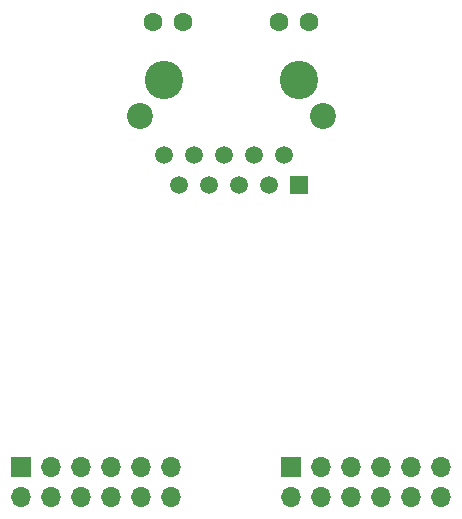
<source format=gbs>
G04 #@! TF.GenerationSoftware,KiCad,Pcbnew,8.0.8*
G04 #@! TF.CreationDate,2025-02-24T20:29:00+01:00*
G04 #@! TF.ProjectId,rgmii-pmod,72676d69-692d-4706-9d6f-642e6b696361,rev?*
G04 #@! TF.SameCoordinates,Original*
G04 #@! TF.FileFunction,Soldermask,Bot*
G04 #@! TF.FilePolarity,Negative*
%FSLAX46Y46*%
G04 Gerber Fmt 4.6, Leading zero omitted, Abs format (unit mm)*
G04 Created by KiCad (PCBNEW 8.0.8) date 2025-02-24 20:29:00*
%MOMM*%
%LPD*%
G01*
G04 APERTURE LIST*
%ADD10R,1.700000X1.700000*%
%ADD11O,1.700000X1.700000*%
%ADD12C,3.250000*%
%ADD13R,1.500000X1.500000*%
%ADD14C,1.500000*%
%ADD15C,1.600000*%
%ADD16C,2.200000*%
G04 APERTURE END LIST*
D10*
X155080000Y-118650000D03*
D11*
X157620000Y-118650000D03*
X160160000Y-118650000D03*
X162700000Y-118650000D03*
X165240000Y-118650000D03*
X167780000Y-118650000D03*
X155080000Y-121190000D03*
X157620000Y-121190000D03*
X160160000Y-121190000D03*
X162700000Y-121190000D03*
X165240000Y-121190000D03*
X167780000Y-121190000D03*
D12*
X155715000Y-85900000D03*
X144285000Y-85900000D03*
D13*
X155715000Y-94790000D03*
D14*
X154445000Y-92250000D03*
X153175000Y-94790000D03*
X151905000Y-92250000D03*
X150635000Y-94790000D03*
X149365000Y-92250000D03*
X148095000Y-94790000D03*
X146825000Y-92250000D03*
X145555000Y-94790000D03*
X144285000Y-92250000D03*
D15*
X156630000Y-81000000D03*
X154090000Y-81000000D03*
X145910000Y-81000000D03*
X143370000Y-81000000D03*
D16*
X157745000Y-88950000D03*
X142255000Y-88950000D03*
D10*
X132220000Y-118650000D03*
D11*
X134760000Y-118650000D03*
X137300000Y-118650000D03*
X139840000Y-118650000D03*
X142380000Y-118650000D03*
X144920000Y-118650000D03*
X132220000Y-121190000D03*
X134760000Y-121190000D03*
X137300000Y-121190000D03*
X139840000Y-121190000D03*
X142380000Y-121190000D03*
X144920000Y-121190000D03*
M02*

</source>
